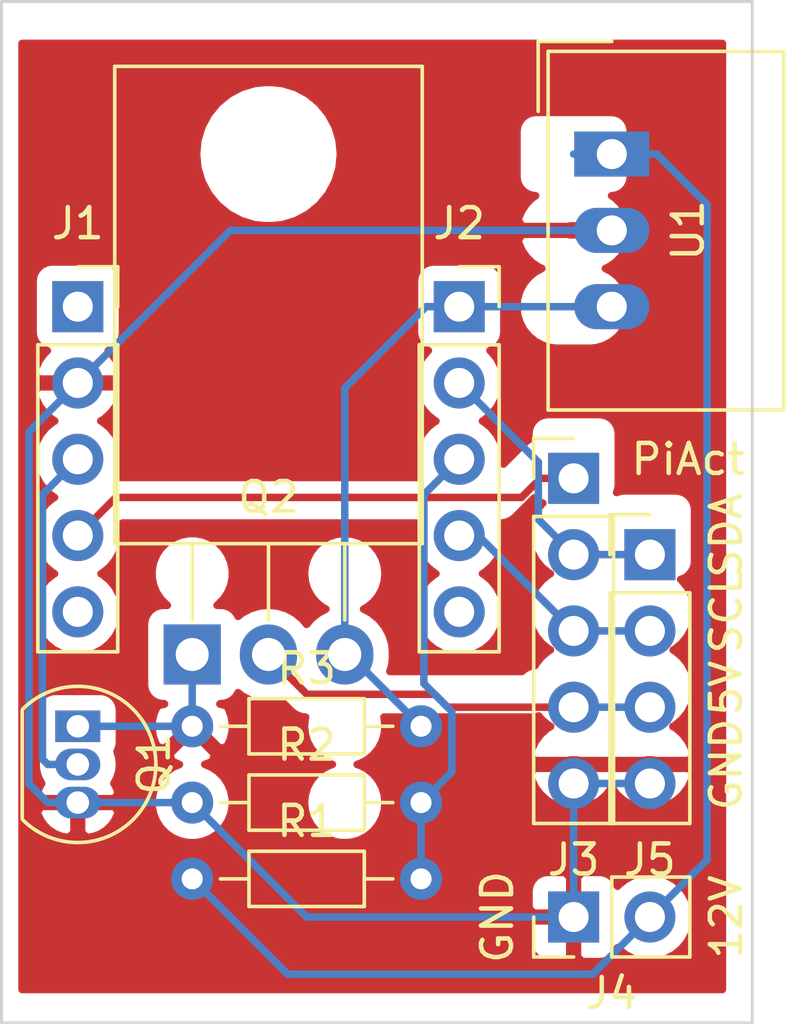
<source format=kicad_pcb>
(kicad_pcb (version 20171130) (host pcbnew 5.1.4)

  (general
    (thickness 1.6)
    (drawings 11)
    (tracks 59)
    (zones 0)
    (modules 11)
    (nets 14)
  )

  (page A4)
  (layers
    (0 F.Cu signal)
    (31 B.Cu signal)
    (32 B.Adhes user)
    (33 F.Adhes user)
    (34 B.Paste user)
    (35 F.Paste user)
    (36 B.SilkS user)
    (37 F.SilkS user)
    (38 B.Mask user)
    (39 F.Mask user)
    (40 Dwgs.User user)
    (41 Cmts.User user)
    (42 Eco1.User user)
    (43 Eco2.User user)
    (44 Edge.Cuts user)
    (45 Margin user)
    (46 B.CrtYd user)
    (47 F.CrtYd user)
    (48 B.Fab user)
    (49 F.Fab user hide)
  )

  (setup
    (last_trace_width 0.25)
    (trace_clearance 0.2)
    (zone_clearance 0.508)
    (zone_45_only no)
    (trace_min 0.2)
    (via_size 0.8)
    (via_drill 0.4)
    (via_min_size 0.4)
    (via_min_drill 0.3)
    (uvia_size 0.3)
    (uvia_drill 0.1)
    (uvias_allowed no)
    (uvia_min_size 0.2)
    (uvia_min_drill 0.1)
    (edge_width 0.05)
    (segment_width 0.2)
    (pcb_text_width 0.3)
    (pcb_text_size 1.5 1.5)
    (mod_edge_width 0.12)
    (mod_text_size 1 1)
    (mod_text_width 0.15)
    (pad_size 1.524 1.524)
    (pad_drill 0.762)
    (pad_to_mask_clearance 0.051)
    (solder_mask_min_width 0.25)
    (aux_axis_origin 0 0)
    (visible_elements FFFFFF7F)
    (pcbplotparams
      (layerselection 0x010fc_ffffffff)
      (usegerberextensions false)
      (usegerberattributes false)
      (usegerberadvancedattributes false)
      (creategerberjobfile false)
      (excludeedgelayer true)
      (linewidth 0.100000)
      (plotframeref false)
      (viasonmask false)
      (mode 1)
      (useauxorigin false)
      (hpglpennumber 1)
      (hpglpenspeed 20)
      (hpglpendiameter 15.000000)
      (psnegative false)
      (psa4output false)
      (plotreference true)
      (plotvalue true)
      (plotinvisibletext false)
      (padsonsilk false)
      (subtractmaskfromsilk false)
      (outputformat 1)
      (mirror false)
      (drillshape 1)
      (scaleselection 1)
      (outputdirectory ""))
  )

  (net 0 "")
  (net 1 Pi_Running)
  (net 2 5V_ENA)
  (net 3 GND)
  (net 4 SCL)
  (net 5 ADC)
  (net 6 SDA)
  (net 7 VCC5V)
  (net 8 VCC_Pi)
  (net 9 VCC12V)
  (net 10 "Net-(Q1-Pad1)")
  (net 11 "Net-(J1-Pad5)")
  (net 12 "Net-(J1-Pad1)")
  (net 13 "Net-(J2-Pad5)")

  (net_class Default "Dies ist die voreingestellte Netzklasse."
    (clearance 0.2)
    (trace_width 0.25)
    (via_dia 0.8)
    (via_drill 0.4)
    (uvia_dia 0.3)
    (uvia_drill 0.1)
    (add_net 5V_ENA)
    (add_net ADC)
    (add_net GND)
    (add_net "Net-(J1-Pad1)")
    (add_net "Net-(J1-Pad5)")
    (add_net "Net-(J2-Pad5)")
    (add_net "Net-(Q1-Pad1)")
    (add_net Pi_Running)
    (add_net SCL)
    (add_net SDA)
    (add_net VCC12V)
    (add_net VCC5V)
    (add_net VCC_Pi)
  )

  (module Resistor_THT:R_Axial_DIN0204_L3.6mm_D1.6mm_P7.62mm_Horizontal (layer F.Cu) (tedit 5AE5139B) (tstamp 5D62D19C)
    (at 60.96 54.61)
    (descr "Resistor, Axial_DIN0204 series, Axial, Horizontal, pin pitch=7.62mm, 0.167W, length*diameter=3.6*1.6mm^2, http://cdn-reichelt.de/documents/datenblatt/B400/1_4W%23YAG.pdf")
    (tags "Resistor Axial_DIN0204 series Axial Horizontal pin pitch 7.62mm 0.167W length 3.6mm diameter 1.6mm")
    (path /5D632A96)
    (fp_text reference R3 (at 3.81 -1.92) (layer F.SilkS)
      (effects (font (size 1 1) (thickness 0.15)))
    )
    (fp_text value R27K (at 3.81 1.92) (layer F.Fab)
      (effects (font (size 1 1) (thickness 0.15)))
    )
    (fp_text user %R (at 3.81 0) (layer F.Fab)
      (effects (font (size 0.72 0.72) (thickness 0.108)))
    )
    (fp_line (start 8.57 -1.05) (end -0.95 -1.05) (layer F.CrtYd) (width 0.05))
    (fp_line (start 8.57 1.05) (end 8.57 -1.05) (layer F.CrtYd) (width 0.05))
    (fp_line (start -0.95 1.05) (end 8.57 1.05) (layer F.CrtYd) (width 0.05))
    (fp_line (start -0.95 -1.05) (end -0.95 1.05) (layer F.CrtYd) (width 0.05))
    (fp_line (start 6.68 0) (end 5.73 0) (layer F.SilkS) (width 0.12))
    (fp_line (start 0.94 0) (end 1.89 0) (layer F.SilkS) (width 0.12))
    (fp_line (start 5.73 -0.92) (end 1.89 -0.92) (layer F.SilkS) (width 0.12))
    (fp_line (start 5.73 0.92) (end 5.73 -0.92) (layer F.SilkS) (width 0.12))
    (fp_line (start 1.89 0.92) (end 5.73 0.92) (layer F.SilkS) (width 0.12))
    (fp_line (start 1.89 -0.92) (end 1.89 0.92) (layer F.SilkS) (width 0.12))
    (fp_line (start 7.62 0) (end 5.61 0) (layer F.Fab) (width 0.1))
    (fp_line (start 0 0) (end 2.01 0) (layer F.Fab) (width 0.1))
    (fp_line (start 5.61 -0.8) (end 2.01 -0.8) (layer F.Fab) (width 0.1))
    (fp_line (start 5.61 0.8) (end 5.61 -0.8) (layer F.Fab) (width 0.1))
    (fp_line (start 2.01 0.8) (end 5.61 0.8) (layer F.Fab) (width 0.1))
    (fp_line (start 2.01 -0.8) (end 2.01 0.8) (layer F.Fab) (width 0.1))
    (pad 2 thru_hole oval (at 7.62 0) (size 1.4 1.4) (drill 0.7) (layers *.Cu *.Mask)
      (net 7 VCC5V))
    (pad 1 thru_hole circle (at 0 0) (size 1.4 1.4) (drill 0.7) (layers *.Cu *.Mask)
      (net 10 "Net-(Q1-Pad1)"))
    (model ${KISYS3DMOD}/Resistor_THT.3dshapes/R_Axial_DIN0204_L3.6mm_D1.6mm_P7.62mm_Horizontal.wrl
      (at (xyz 0 0 0))
      (scale (xyz 1 1 1))
      (rotate (xyz 0 0 0))
    )
  )

  (module Resistor_THT:R_Axial_DIN0204_L3.6mm_D1.6mm_P7.62mm_Horizontal (layer F.Cu) (tedit 5AE5139B) (tstamp 5D62D1D2)
    (at 60.96 57.15)
    (descr "Resistor, Axial_DIN0204 series, Axial, Horizontal, pin pitch=7.62mm, 0.167W, length*diameter=3.6*1.6mm^2, http://cdn-reichelt.de/documents/datenblatt/B400/1_4W%23YAG.pdf")
    (tags "Resistor Axial_DIN0204 series Axial Horizontal pin pitch 7.62mm 0.167W length 3.6mm diameter 1.6mm")
    (path /5D66562B)
    (fp_text reference R2 (at 3.81 -1.92) (layer F.SilkS)
      (effects (font (size 1 1) (thickness 0.15)))
    )
    (fp_text value R27K (at 3.81 1.92) (layer F.Fab)
      (effects (font (size 1 1) (thickness 0.15)))
    )
    (fp_text user %R (at 3.81 0) (layer F.Fab)
      (effects (font (size 0.72 0.72) (thickness 0.108)))
    )
    (fp_line (start 8.57 -1.05) (end -0.95 -1.05) (layer F.CrtYd) (width 0.05))
    (fp_line (start 8.57 1.05) (end 8.57 -1.05) (layer F.CrtYd) (width 0.05))
    (fp_line (start -0.95 1.05) (end 8.57 1.05) (layer F.CrtYd) (width 0.05))
    (fp_line (start -0.95 -1.05) (end -0.95 1.05) (layer F.CrtYd) (width 0.05))
    (fp_line (start 6.68 0) (end 5.73 0) (layer F.SilkS) (width 0.12))
    (fp_line (start 0.94 0) (end 1.89 0) (layer F.SilkS) (width 0.12))
    (fp_line (start 5.73 -0.92) (end 1.89 -0.92) (layer F.SilkS) (width 0.12))
    (fp_line (start 5.73 0.92) (end 5.73 -0.92) (layer F.SilkS) (width 0.12))
    (fp_line (start 1.89 0.92) (end 5.73 0.92) (layer F.SilkS) (width 0.12))
    (fp_line (start 1.89 -0.92) (end 1.89 0.92) (layer F.SilkS) (width 0.12))
    (fp_line (start 7.62 0) (end 5.61 0) (layer F.Fab) (width 0.1))
    (fp_line (start 0 0) (end 2.01 0) (layer F.Fab) (width 0.1))
    (fp_line (start 5.61 -0.8) (end 2.01 -0.8) (layer F.Fab) (width 0.1))
    (fp_line (start 5.61 0.8) (end 5.61 -0.8) (layer F.Fab) (width 0.1))
    (fp_line (start 2.01 0.8) (end 5.61 0.8) (layer F.Fab) (width 0.1))
    (fp_line (start 2.01 -0.8) (end 2.01 0.8) (layer F.Fab) (width 0.1))
    (pad 2 thru_hole oval (at 7.62 0) (size 1.4 1.4) (drill 0.7) (layers *.Cu *.Mask)
      (net 5 ADC))
    (pad 1 thru_hole circle (at 0 0) (size 1.4 1.4) (drill 0.7) (layers *.Cu *.Mask)
      (net 3 GND))
    (model ${KISYS3DMOD}/Resistor_THT.3dshapes/R_Axial_DIN0204_L3.6mm_D1.6mm_P7.62mm_Horizontal.wrl
      (at (xyz 0 0 0))
      (scale (xyz 1 1 1))
      (rotate (xyz 0 0 0))
    )
  )

  (module Resistor_THT:R_Axial_DIN0204_L3.6mm_D1.6mm_P7.62mm_Horizontal (layer F.Cu) (tedit 5AE5139B) (tstamp 5D62EB9C)
    (at 60.96 59.69)
    (descr "Resistor, Axial_DIN0204 series, Axial, Horizontal, pin pitch=7.62mm, 0.167W, length*diameter=3.6*1.6mm^2, http://cdn-reichelt.de/documents/datenblatt/B400/1_4W%23YAG.pdf")
    (tags "Resistor Axial_DIN0204 series Axial Horizontal pin pitch 7.62mm 0.167W length 3.6mm diameter 1.6mm")
    (path /5D665205)
    (fp_text reference R1 (at 3.81 -1.92) (layer F.SilkS)
      (effects (font (size 1 1) (thickness 0.15)))
    )
    (fp_text value R100K (at 3.81 1.92) (layer F.Fab)
      (effects (font (size 1 1) (thickness 0.15)))
    )
    (fp_text user %R (at 3.81 0) (layer F.Fab)
      (effects (font (size 0.72 0.72) (thickness 0.108)))
    )
    (fp_line (start 8.57 -1.05) (end -0.95 -1.05) (layer F.CrtYd) (width 0.05))
    (fp_line (start 8.57 1.05) (end 8.57 -1.05) (layer F.CrtYd) (width 0.05))
    (fp_line (start -0.95 1.05) (end 8.57 1.05) (layer F.CrtYd) (width 0.05))
    (fp_line (start -0.95 -1.05) (end -0.95 1.05) (layer F.CrtYd) (width 0.05))
    (fp_line (start 6.68 0) (end 5.73 0) (layer F.SilkS) (width 0.12))
    (fp_line (start 0.94 0) (end 1.89 0) (layer F.SilkS) (width 0.12))
    (fp_line (start 5.73 -0.92) (end 1.89 -0.92) (layer F.SilkS) (width 0.12))
    (fp_line (start 5.73 0.92) (end 5.73 -0.92) (layer F.SilkS) (width 0.12))
    (fp_line (start 1.89 0.92) (end 5.73 0.92) (layer F.SilkS) (width 0.12))
    (fp_line (start 1.89 -0.92) (end 1.89 0.92) (layer F.SilkS) (width 0.12))
    (fp_line (start 7.62 0) (end 5.61 0) (layer F.Fab) (width 0.1))
    (fp_line (start 0 0) (end 2.01 0) (layer F.Fab) (width 0.1))
    (fp_line (start 5.61 -0.8) (end 2.01 -0.8) (layer F.Fab) (width 0.1))
    (fp_line (start 5.61 0.8) (end 5.61 -0.8) (layer F.Fab) (width 0.1))
    (fp_line (start 2.01 0.8) (end 5.61 0.8) (layer F.Fab) (width 0.1))
    (fp_line (start 2.01 -0.8) (end 2.01 0.8) (layer F.Fab) (width 0.1))
    (pad 2 thru_hole oval (at 7.62 0) (size 1.4 1.4) (drill 0.7) (layers *.Cu *.Mask)
      (net 5 ADC))
    (pad 1 thru_hole circle (at 0 0) (size 1.4 1.4) (drill 0.7) (layers *.Cu *.Mask)
      (net 9 VCC12V))
    (model ${KISYS3DMOD}/Resistor_THT.3dshapes/R_Axial_DIN0204_L3.6mm_D1.6mm_P7.62mm_Horizontal.wrl
      (at (xyz 0 0 0))
      (scale (xyz 1 1 1))
      (rotate (xyz 0 0 0))
    )
  )

  (module Package_TO_SOT_THT:TO-220-3_Horizontal_TabDown (layer F.Cu) (tedit 5AC8BA0D) (tstamp 5D62D20F)
    (at 60.96 52.22)
    (descr "TO-220-3, Horizontal, RM 2.54mm, see https://www.vishay.com/docs/66542/to-220-1.pdf")
    (tags "TO-220-3 Horizontal RM 2.54mm")
    (path /5D63050F)
    (fp_text reference Q2 (at 2.54 -5.23) (layer F.SilkS)
      (effects (font (size 1 1) (thickness 0.15)))
    )
    (fp_text value IRF5305 (at 2.54 2) (layer F.Fab)
      (effects (font (size 1 1) (thickness 0.15)))
    )
    (fp_text user %R (at 2.54 -20.58) (layer F.Fab)
      (effects (font (size 1 1) (thickness 0.15)))
    )
    (fp_line (start 7.79 -19.71) (end -2.71 -19.71) (layer F.CrtYd) (width 0.05))
    (fp_line (start 7.79 1.25) (end 7.79 -19.71) (layer F.CrtYd) (width 0.05))
    (fp_line (start -2.71 1.25) (end 7.79 1.25) (layer F.CrtYd) (width 0.05))
    (fp_line (start -2.71 -19.71) (end -2.71 1.25) (layer F.CrtYd) (width 0.05))
    (fp_line (start 5.08 -3.69) (end 5.08 -1.15) (layer F.SilkS) (width 0.12))
    (fp_line (start 2.54 -3.69) (end 2.54 -1.15) (layer F.SilkS) (width 0.12))
    (fp_line (start 0 -3.69) (end 0 -1.15) (layer F.SilkS) (width 0.12))
    (fp_line (start 7.66 -19.58) (end 7.66 -3.69) (layer F.SilkS) (width 0.12))
    (fp_line (start -2.58 -19.58) (end -2.58 -3.69) (layer F.SilkS) (width 0.12))
    (fp_line (start -2.58 -19.58) (end 7.66 -19.58) (layer F.SilkS) (width 0.12))
    (fp_line (start -2.58 -3.69) (end 7.66 -3.69) (layer F.SilkS) (width 0.12))
    (fp_line (start 5.08 -3.81) (end 5.08 0) (layer F.Fab) (width 0.1))
    (fp_line (start 2.54 -3.81) (end 2.54 0) (layer F.Fab) (width 0.1))
    (fp_line (start 0 -3.81) (end 0 0) (layer F.Fab) (width 0.1))
    (fp_line (start 7.54 -3.81) (end -2.46 -3.81) (layer F.Fab) (width 0.1))
    (fp_line (start 7.54 -13.06) (end 7.54 -3.81) (layer F.Fab) (width 0.1))
    (fp_line (start -2.46 -13.06) (end 7.54 -13.06) (layer F.Fab) (width 0.1))
    (fp_line (start -2.46 -3.81) (end -2.46 -13.06) (layer F.Fab) (width 0.1))
    (fp_line (start 7.54 -13.06) (end -2.46 -13.06) (layer F.Fab) (width 0.1))
    (fp_line (start 7.54 -19.46) (end 7.54 -13.06) (layer F.Fab) (width 0.1))
    (fp_line (start -2.46 -19.46) (end 7.54 -19.46) (layer F.Fab) (width 0.1))
    (fp_line (start -2.46 -13.06) (end -2.46 -19.46) (layer F.Fab) (width 0.1))
    (fp_circle (center 2.54 -16.66) (end 4.39 -16.66) (layer F.Fab) (width 0.1))
    (pad 3 thru_hole oval (at 5.08 0) (size 1.905 2) (drill 1.1) (layers *.Cu *.Mask)
      (net 7 VCC5V))
    (pad 2 thru_hole oval (at 2.54 0) (size 1.905 2) (drill 1.1) (layers *.Cu *.Mask)
      (net 8 VCC_Pi))
    (pad 1 thru_hole rect (at 0 0) (size 1.905 2) (drill 1.1) (layers *.Cu *.Mask)
      (net 10 "Net-(Q1-Pad1)"))
    (pad "" np_thru_hole oval (at 2.54 -16.66) (size 3.5 3.5) (drill 3.5) (layers *.Cu *.Mask))
    (model ${KISYS3DMOD}/Package_TO_SOT_THT.3dshapes/TO-220-3_Horizontal_TabDown.wrl
      (at (xyz 0 0 0))
      (scale (xyz 1 1 1))
      (rotate (xyz 0 0 0))
    )
  )

  (module Connector_PinHeader_2.54mm:PinHeader_1x04_P2.54mm_Vertical (layer F.Cu) (tedit 59FED5CC) (tstamp 5D6BFA17)
    (at 76.2 48.895)
    (descr "Through hole straight pin header, 1x04, 2.54mm pitch, single row")
    (tags "Through hole pin header THT 1x04 2.54mm single row")
    (path /5D6BB1FE)
    (fp_text reference J5 (at 0 10.16) (layer F.SilkS)
      (effects (font (size 1 1) (thickness 0.15)))
    )
    (fp_text value Conn_01x04_Male (at 0 9.95) (layer F.Fab)
      (effects (font (size 1 1) (thickness 0.15)))
    )
    (fp_text user %R (at 0 3.81 90) (layer F.Fab)
      (effects (font (size 1 1) (thickness 0.15)))
    )
    (fp_line (start 1.8 -1.8) (end -1.8 -1.8) (layer F.CrtYd) (width 0.05))
    (fp_line (start 1.8 9.4) (end 1.8 -1.8) (layer F.CrtYd) (width 0.05))
    (fp_line (start -1.8 9.4) (end 1.8 9.4) (layer F.CrtYd) (width 0.05))
    (fp_line (start -1.8 -1.8) (end -1.8 9.4) (layer F.CrtYd) (width 0.05))
    (fp_line (start -1.33 -1.33) (end 0 -1.33) (layer F.SilkS) (width 0.12))
    (fp_line (start -1.33 0) (end -1.33 -1.33) (layer F.SilkS) (width 0.12))
    (fp_line (start -1.33 1.27) (end 1.33 1.27) (layer F.SilkS) (width 0.12))
    (fp_line (start 1.33 1.27) (end 1.33 8.95) (layer F.SilkS) (width 0.12))
    (fp_line (start -1.33 1.27) (end -1.33 8.95) (layer F.SilkS) (width 0.12))
    (fp_line (start -1.33 8.95) (end 1.33 8.95) (layer F.SilkS) (width 0.12))
    (fp_line (start -1.27 -0.635) (end -0.635 -1.27) (layer F.Fab) (width 0.1))
    (fp_line (start -1.27 8.89) (end -1.27 -0.635) (layer F.Fab) (width 0.1))
    (fp_line (start 1.27 8.89) (end -1.27 8.89) (layer F.Fab) (width 0.1))
    (fp_line (start 1.27 -1.27) (end 1.27 8.89) (layer F.Fab) (width 0.1))
    (fp_line (start -0.635 -1.27) (end 1.27 -1.27) (layer F.Fab) (width 0.1))
    (pad 4 thru_hole oval (at 0 7.62) (size 1.7 1.7) (drill 1) (layers *.Cu *.Mask)
      (net 3 GND))
    (pad 3 thru_hole oval (at 0 5.08) (size 1.7 1.7) (drill 1) (layers *.Cu *.Mask)
      (net 8 VCC_Pi))
    (pad 2 thru_hole oval (at 0 2.54) (size 1.7 1.7) (drill 1) (layers *.Cu *.Mask)
      (net 4 SCL))
    (pad 1 thru_hole rect (at 0 0) (size 1.7 1.7) (drill 1) (layers *.Cu *.Mask)
      (net 6 SDA))
    (model ${KISYS3DMOD}/Connector_PinHeader_2.54mm.3dshapes/PinHeader_1x04_P2.54mm_Vertical.wrl
      (at (xyz 0 0 0))
      (scale (xyz 1 1 1))
      (rotate (xyz 0 0 0))
    )
  )

  (module Converter_DCDC:Converter_DCDC_TRACO_TSR-1_THT (layer F.Cu) (tedit 59FE1FB7) (tstamp 5D8A6002)
    (at 74.93 35.56 270)
    (descr "DCDC-Converter, TRACO, TSR 1-xxxx")
    (tags "DCDC-Converter TRACO TSR-1")
    (path /5D62B8BF)
    (fp_text reference U1 (at 2.54 -2.54 90) (layer F.SilkS)
      (effects (font (size 1 1) (thickness 0.15)))
    )
    (fp_text value TSR_2-2450 (at 2.5 3.25 90) (layer F.Fab)
      (effects (font (size 1 1) (thickness 0.15)))
    )
    (fp_line (start -2.3 2) (end 8.4 2) (layer F.Fab) (width 0.1))
    (fp_line (start -3.42 2.12) (end -3.42 -5.73) (layer F.SilkS) (width 0.12))
    (fp_line (start -3.42 -5.73) (end 8.52 -5.73) (layer F.SilkS) (width 0.12))
    (fp_line (start 8.52 -5.73) (end 8.52 2.12) (layer F.SilkS) (width 0.12))
    (fp_line (start 8.52 2.12) (end -3.42 2.12) (layer F.SilkS) (width 0.12))
    (fp_line (start -3.55 -5.85) (end 8.65 -5.85) (layer F.CrtYd) (width 0.05))
    (fp_line (start 8.65 -5.85) (end 8.65 2.25) (layer F.CrtYd) (width 0.05))
    (fp_line (start 8.65 2.25) (end -3.55 2.25) (layer F.CrtYd) (width 0.05))
    (fp_line (start -3.55 2.25) (end -3.55 -5.85) (layer F.CrtYd) (width 0.05))
    (fp_line (start -3.3 -5.6) (end 8.4 -5.6) (layer F.Fab) (width 0.1))
    (fp_line (start 8.4 2) (end 8.4 -5.6) (layer F.Fab) (width 0.1))
    (fp_line (start -3.3 1) (end -3.3 -5.6) (layer F.Fab) (width 0.1))
    (fp_line (start -3.3 1) (end -2.3 2) (layer F.Fab) (width 0.1))
    (fp_line (start -3.75 0) (end -3.75 2.45) (layer F.SilkS) (width 0.12))
    (fp_line (start -3.75 2.45) (end -1.42 2.45) (layer F.SilkS) (width 0.12))
    (fp_text user %R (at 3 -3 90) (layer F.Fab)
      (effects (font (size 1 1) (thickness 0.15)))
    )
    (pad 3 thru_hole oval (at 5.08 0 270) (size 1.5 2.5) (drill 1) (layers *.Cu *.Mask)
      (net 7 VCC5V))
    (pad 2 thru_hole oval (at 2.54 0 270) (size 1.5 2.5) (drill 1) (layers *.Cu *.Mask)
      (net 3 GND))
    (pad 1 thru_hole rect (at 0 0 270) (size 1.5 2.5) (drill 1) (layers *.Cu *.Mask)
      (net 9 VCC12V))
    (model ${KISYS3DMOD}/Converter_DCDC.3dshapes/Converter_DCDC_TRACO_TSR-1_THT.wrl
      (at (xyz 0 0 0))
      (scale (xyz 1 1 1))
      (rotate (xyz 0 0 0))
    )
  )

  (module Package_TO_SOT_THT:TO-92_Inline (layer F.Cu) (tedit 5A1DD157) (tstamp 5D62D126)
    (at 57.15 54.61 270)
    (descr "TO-92 leads in-line, narrow, oval pads, drill 0.75mm (see NXP sot054_po.pdf)")
    (tags "to-92 sc-43 sc-43a sot54 PA33 transistor")
    (path /5D62DCCF)
    (fp_text reference Q1 (at 1.27 -2.54 90) (layer F.SilkS)
      (effects (font (size 1 1) (thickness 0.15)))
    )
    (fp_text value BS170 (at 1.27 2.79 90) (layer F.Fab)
      (effects (font (size 1 1) (thickness 0.15)))
    )
    (fp_arc (start 1.27 0) (end 1.27 -2.6) (angle 135) (layer F.SilkS) (width 0.12))
    (fp_arc (start 1.27 0) (end 1.27 -2.48) (angle -135) (layer F.Fab) (width 0.1))
    (fp_arc (start 1.27 0) (end 1.27 -2.6) (angle -135) (layer F.SilkS) (width 0.12))
    (fp_arc (start 1.27 0) (end 1.27 -2.48) (angle 135) (layer F.Fab) (width 0.1))
    (fp_line (start 4 2.01) (end -1.46 2.01) (layer F.CrtYd) (width 0.05))
    (fp_line (start 4 2.01) (end 4 -2.73) (layer F.CrtYd) (width 0.05))
    (fp_line (start -1.46 -2.73) (end -1.46 2.01) (layer F.CrtYd) (width 0.05))
    (fp_line (start -1.46 -2.73) (end 4 -2.73) (layer F.CrtYd) (width 0.05))
    (fp_line (start -0.5 1.75) (end 3 1.75) (layer F.Fab) (width 0.1))
    (fp_line (start -0.53 1.85) (end 3.07 1.85) (layer F.SilkS) (width 0.12))
    (fp_text user %R (at 1.27 -3.56 90) (layer F.Fab)
      (effects (font (size 1 1) (thickness 0.15)))
    )
    (pad 1 thru_hole rect (at 0 0 270) (size 1.05 1.5) (drill 0.75) (layers *.Cu *.Mask)
      (net 10 "Net-(Q1-Pad1)"))
    (pad 3 thru_hole oval (at 2.54 0 270) (size 1.05 1.5) (drill 0.75) (layers *.Cu *.Mask)
      (net 3 GND))
    (pad 2 thru_hole oval (at 1.27 0 270) (size 1.05 1.5) (drill 0.75) (layers *.Cu *.Mask)
      (net 2 5V_ENA))
    (model ${KISYS3DMOD}/Package_TO_SOT_THT.3dshapes/TO-92_Inline.wrl
      (at (xyz 0 0 0))
      (scale (xyz 1 1 1))
      (rotate (xyz 0 0 0))
    )
  )

  (module Connector_PinHeader_2.54mm:PinHeader_1x02_P2.54mm_Vertical (layer F.Cu) (tedit 59FED5CC) (tstamp 5D62E979)
    (at 73.66 60.96 90)
    (descr "Through hole straight pin header, 1x02, 2.54mm pitch, single row")
    (tags "Through hole pin header THT 1x02 2.54mm single row")
    (path /5D6292E1)
    (fp_text reference J4 (at -2.54 1.27 180) (layer F.SilkS)
      (effects (font (size 1 1) (thickness 0.15)))
    )
    (fp_text value Conn_Pwr (at 0 4.87 90) (layer F.Fab)
      (effects (font (size 1 1) (thickness 0.15)))
    )
    (fp_text user %R (at 0 1.27) (layer F.Fab)
      (effects (font (size 1 1) (thickness 0.15)))
    )
    (fp_line (start 1.8 -1.8) (end -1.8 -1.8) (layer F.CrtYd) (width 0.05))
    (fp_line (start 1.8 4.35) (end 1.8 -1.8) (layer F.CrtYd) (width 0.05))
    (fp_line (start -1.8 4.35) (end 1.8 4.35) (layer F.CrtYd) (width 0.05))
    (fp_line (start -1.8 -1.8) (end -1.8 4.35) (layer F.CrtYd) (width 0.05))
    (fp_line (start -1.33 -1.33) (end 0 -1.33) (layer F.SilkS) (width 0.12))
    (fp_line (start -1.33 0) (end -1.33 -1.33) (layer F.SilkS) (width 0.12))
    (fp_line (start -1.33 1.27) (end 1.33 1.27) (layer F.SilkS) (width 0.12))
    (fp_line (start 1.33 1.27) (end 1.33 3.87) (layer F.SilkS) (width 0.12))
    (fp_line (start -1.33 1.27) (end -1.33 3.87) (layer F.SilkS) (width 0.12))
    (fp_line (start -1.33 3.87) (end 1.33 3.87) (layer F.SilkS) (width 0.12))
    (fp_line (start -1.27 -0.635) (end -0.635 -1.27) (layer F.Fab) (width 0.1))
    (fp_line (start -1.27 3.81) (end -1.27 -0.635) (layer F.Fab) (width 0.1))
    (fp_line (start 1.27 3.81) (end -1.27 3.81) (layer F.Fab) (width 0.1))
    (fp_line (start 1.27 -1.27) (end 1.27 3.81) (layer F.Fab) (width 0.1))
    (fp_line (start -0.635 -1.27) (end 1.27 -1.27) (layer F.Fab) (width 0.1))
    (pad 2 thru_hole oval (at 0 2.54 90) (size 1.7 1.7) (drill 1) (layers *.Cu *.Mask)
      (net 9 VCC12V))
    (pad 1 thru_hole rect (at 0 0 90) (size 1.7 1.7) (drill 1) (layers *.Cu *.Mask)
      (net 3 GND))
    (model ${KISYS3DMOD}/Connector_PinHeader_2.54mm.3dshapes/PinHeader_1x02_P2.54mm_Vertical.wrl
      (at (xyz 0 0 0))
      (scale (xyz 1 1 1))
      (rotate (xyz 0 0 0))
    )
  )

  (module Connector_PinHeader_2.54mm:PinHeader_1x05_P2.54mm_Vertical (layer F.Cu) (tedit 59FED5CC) (tstamp 5D62D28F)
    (at 73.66 46.355)
    (descr "Through hole straight pin header, 1x05, 2.54mm pitch, single row")
    (tags "Through hole pin header THT 1x05 2.54mm single row")
    (path /5D628156)
    (fp_text reference J3 (at 0 12.7) (layer F.SilkS)
      (effects (font (size 1 1) (thickness 0.15)))
    )
    (fp_text value Conn_Pi (at 0 12.49) (layer F.Fab)
      (effects (font (size 1 1) (thickness 0.15)))
    )
    (fp_text user %R (at 0 5.08 90) (layer F.Fab)
      (effects (font (size 1 1) (thickness 0.15)))
    )
    (fp_line (start 1.8 -1.8) (end -1.8 -1.8) (layer F.CrtYd) (width 0.05))
    (fp_line (start 1.8 11.95) (end 1.8 -1.8) (layer F.CrtYd) (width 0.05))
    (fp_line (start -1.8 11.95) (end 1.8 11.95) (layer F.CrtYd) (width 0.05))
    (fp_line (start -1.8 -1.8) (end -1.8 11.95) (layer F.CrtYd) (width 0.05))
    (fp_line (start -1.33 -1.33) (end 0 -1.33) (layer F.SilkS) (width 0.12))
    (fp_line (start -1.33 0) (end -1.33 -1.33) (layer F.SilkS) (width 0.12))
    (fp_line (start -1.33 1.27) (end 1.33 1.27) (layer F.SilkS) (width 0.12))
    (fp_line (start 1.33 1.27) (end 1.33 11.49) (layer F.SilkS) (width 0.12))
    (fp_line (start -1.33 1.27) (end -1.33 11.49) (layer F.SilkS) (width 0.12))
    (fp_line (start -1.33 11.49) (end 1.33 11.49) (layer F.SilkS) (width 0.12))
    (fp_line (start -1.27 -0.635) (end -0.635 -1.27) (layer F.Fab) (width 0.1))
    (fp_line (start -1.27 11.43) (end -1.27 -0.635) (layer F.Fab) (width 0.1))
    (fp_line (start 1.27 11.43) (end -1.27 11.43) (layer F.Fab) (width 0.1))
    (fp_line (start 1.27 -1.27) (end 1.27 11.43) (layer F.Fab) (width 0.1))
    (fp_line (start -0.635 -1.27) (end 1.27 -1.27) (layer F.Fab) (width 0.1))
    (pad 5 thru_hole oval (at 0 10.16) (size 1.7 1.7) (drill 1) (layers *.Cu *.Mask)
      (net 3 GND))
    (pad 4 thru_hole oval (at 0 7.62) (size 1.7 1.7) (drill 1) (layers *.Cu *.Mask)
      (net 8 VCC_Pi))
    (pad 3 thru_hole oval (at 0 5.08) (size 1.7 1.7) (drill 1) (layers *.Cu *.Mask)
      (net 4 SCL))
    (pad 2 thru_hole oval (at 0 2.54) (size 1.7 1.7) (drill 1) (layers *.Cu *.Mask)
      (net 6 SDA))
    (pad 1 thru_hole rect (at 0 0) (size 1.7 1.7) (drill 1) (layers *.Cu *.Mask)
      (net 1 Pi_Running))
    (model ${KISYS3DMOD}/Connector_PinHeader_2.54mm.3dshapes/PinHeader_1x05_P2.54mm_Vertical.wrl
      (at (xyz 0 0 0))
      (scale (xyz 1 1 1))
      (rotate (xyz 0 0 0))
    )
  )

  (module Connector_PinSocket_2.54mm:PinSocket_1x05_P2.54mm_Vertical (layer F.Cu) (tedit 5A19A420) (tstamp 5D62D2D7)
    (at 69.85 40.64)
    (descr "Through hole straight socket strip, 1x05, 2.54mm pitch, single row (from Kicad 4.0.7), script generated")
    (tags "Through hole socket strip THT 1x05 2.54mm single row")
    (path /5D6276A2)
    (fp_text reference J2 (at 0 -2.77) (layer F.SilkS)
      (effects (font (size 1 1) (thickness 0.15)))
    )
    (fp_text value Conn_Right (at 0 12.93) (layer F.Fab)
      (effects (font (size 1 1) (thickness 0.15)))
    )
    (fp_text user %R (at 0 5.08 90) (layer F.Fab)
      (effects (font (size 1 1) (thickness 0.15)))
    )
    (fp_line (start -1.8 11.9) (end -1.8 -1.8) (layer F.CrtYd) (width 0.05))
    (fp_line (start 1.75 11.9) (end -1.8 11.9) (layer F.CrtYd) (width 0.05))
    (fp_line (start 1.75 -1.8) (end 1.75 11.9) (layer F.CrtYd) (width 0.05))
    (fp_line (start -1.8 -1.8) (end 1.75 -1.8) (layer F.CrtYd) (width 0.05))
    (fp_line (start 0 -1.33) (end 1.33 -1.33) (layer F.SilkS) (width 0.12))
    (fp_line (start 1.33 -1.33) (end 1.33 0) (layer F.SilkS) (width 0.12))
    (fp_line (start 1.33 1.27) (end 1.33 11.49) (layer F.SilkS) (width 0.12))
    (fp_line (start -1.33 11.49) (end 1.33 11.49) (layer F.SilkS) (width 0.12))
    (fp_line (start -1.33 1.27) (end -1.33 11.49) (layer F.SilkS) (width 0.12))
    (fp_line (start -1.33 1.27) (end 1.33 1.27) (layer F.SilkS) (width 0.12))
    (fp_line (start -1.27 11.43) (end -1.27 -1.27) (layer F.Fab) (width 0.1))
    (fp_line (start 1.27 11.43) (end -1.27 11.43) (layer F.Fab) (width 0.1))
    (fp_line (start 1.27 -0.635) (end 1.27 11.43) (layer F.Fab) (width 0.1))
    (fp_line (start 0.635 -1.27) (end 1.27 -0.635) (layer F.Fab) (width 0.1))
    (fp_line (start -1.27 -1.27) (end 0.635 -1.27) (layer F.Fab) (width 0.1))
    (pad 5 thru_hole oval (at 0 10.16) (size 1.7 1.7) (drill 1) (layers *.Cu *.Mask)
      (net 13 "Net-(J2-Pad5)"))
    (pad 4 thru_hole oval (at 0 7.62) (size 1.7 1.7) (drill 1) (layers *.Cu *.Mask)
      (net 4 SCL))
    (pad 3 thru_hole oval (at 0 5.08) (size 1.7 1.7) (drill 1) (layers *.Cu *.Mask)
      (net 5 ADC))
    (pad 2 thru_hole oval (at 0 2.54) (size 1.7 1.7) (drill 1) (layers *.Cu *.Mask)
      (net 6 SDA))
    (pad 1 thru_hole rect (at 0 0) (size 1.7 1.7) (drill 1) (layers *.Cu *.Mask)
      (net 7 VCC5V))
    (model ${KISYS3DMOD}/Connector_PinSocket_2.54mm.3dshapes/PinSocket_1x05_P2.54mm_Vertical.wrl
      (at (xyz 0 0 0))
      (scale (xyz 1 1 1))
      (rotate (xyz 0 0 0))
    )
  )

  (module Connector_PinSocket_2.54mm:PinSocket_1x05_P2.54mm_Vertical (layer F.Cu) (tedit 5A19A420) (tstamp 5D62D0E5)
    (at 57.15 40.64)
    (descr "Through hole straight socket strip, 1x05, 2.54mm pitch, single row (from Kicad 4.0.7), script generated")
    (tags "Through hole socket strip THT 1x05 2.54mm single row")
    (path /5D62720F)
    (fp_text reference J1 (at 0 -2.77) (layer F.SilkS)
      (effects (font (size 1 1) (thickness 0.15)))
    )
    (fp_text value Conn_Left (at 0 12.93) (layer F.Fab)
      (effects (font (size 1 1) (thickness 0.15)))
    )
    (fp_text user %R (at 0 5.08 90) (layer F.Fab)
      (effects (font (size 1 1) (thickness 0.15)))
    )
    (fp_line (start -1.8 11.9) (end -1.8 -1.8) (layer F.CrtYd) (width 0.05))
    (fp_line (start 1.75 11.9) (end -1.8 11.9) (layer F.CrtYd) (width 0.05))
    (fp_line (start 1.75 -1.8) (end 1.75 11.9) (layer F.CrtYd) (width 0.05))
    (fp_line (start -1.8 -1.8) (end 1.75 -1.8) (layer F.CrtYd) (width 0.05))
    (fp_line (start 0 -1.33) (end 1.33 -1.33) (layer F.SilkS) (width 0.12))
    (fp_line (start 1.33 -1.33) (end 1.33 0) (layer F.SilkS) (width 0.12))
    (fp_line (start 1.33 1.27) (end 1.33 11.49) (layer F.SilkS) (width 0.12))
    (fp_line (start -1.33 11.49) (end 1.33 11.49) (layer F.SilkS) (width 0.12))
    (fp_line (start -1.33 1.27) (end -1.33 11.49) (layer F.SilkS) (width 0.12))
    (fp_line (start -1.33 1.27) (end 1.33 1.27) (layer F.SilkS) (width 0.12))
    (fp_line (start -1.27 11.43) (end -1.27 -1.27) (layer F.Fab) (width 0.1))
    (fp_line (start 1.27 11.43) (end -1.27 11.43) (layer F.Fab) (width 0.1))
    (fp_line (start 1.27 -0.635) (end 1.27 11.43) (layer F.Fab) (width 0.1))
    (fp_line (start 0.635 -1.27) (end 1.27 -0.635) (layer F.Fab) (width 0.1))
    (fp_line (start -1.27 -1.27) (end 0.635 -1.27) (layer F.Fab) (width 0.1))
    (pad 5 thru_hole oval (at 0 10.16) (size 1.7 1.7) (drill 1) (layers *.Cu *.Mask)
      (net 11 "Net-(J1-Pad5)"))
    (pad 4 thru_hole oval (at 0 7.62) (size 1.7 1.7) (drill 1) (layers *.Cu *.Mask)
      (net 1 Pi_Running))
    (pad 3 thru_hole oval (at 0 5.08) (size 1.7 1.7) (drill 1) (layers *.Cu *.Mask)
      (net 2 5V_ENA))
    (pad 2 thru_hole oval (at 0 2.54) (size 1.7 1.7) (drill 1) (layers *.Cu *.Mask)
      (net 3 GND))
    (pad 1 thru_hole rect (at 0 0) (size 1.7 1.7) (drill 1) (layers *.Cu *.Mask)
      (net 12 "Net-(J1-Pad1)"))
    (model ${KISYS3DMOD}/Connector_PinSocket_2.54mm.3dshapes/PinSocket_1x05_P2.54mm_Vertical.wrl
      (at (xyz 0 0 0))
      (scale (xyz 1 1 1))
      (rotate (xyz 0 0 0))
    )
  )

  (gr_text GND (at 78.74 55.88 90) (layer F.SilkS)
    (effects (font (size 1 1) (thickness 0.15)))
  )
  (gr_text SCL (at 78.74 50.8 90) (layer F.SilkS)
    (effects (font (size 1 1) (thickness 0.15)))
  )
  (gr_text SDA (at 78.74 48.26 90) (layer F.SilkS)
    (effects (font (size 1 1) (thickness 0.15)))
  )
  (gr_text PiAct (at 77.47 45.72) (layer F.SilkS)
    (effects (font (size 1 1) (thickness 0.15)))
  )
  (gr_text 5V (at 78.74 53.34 90) (layer F.SilkS)
    (effects (font (size 1 1) (thickness 0.15)))
  )
  (gr_text GND (at 71.12 60.96 90) (layer F.SilkS)
    (effects (font (size 1 1) (thickness 0.15)))
  )
  (gr_text 12V (at 78.74 60.96 90) (layer F.SilkS)
    (effects (font (size 1 1) (thickness 0.15)))
  )
  (gr_line (start 79.61 64.48) (end 79.61 30.48) (layer Edge.Cuts) (width 0.1) (tstamp 5D62EA8F))
  (gr_line (start 54.61 64.48) (end 79.61 64.48) (layer Edge.Cuts) (width 0.1) (tstamp 5D62EA82))
  (gr_line (start 54.61 64.48) (end 54.61 30.48) (layer Edge.Cuts) (width 0.1))
  (gr_line (start 54.61 30.48) (end 79.61 30.48) (layer Edge.Cuts) (width 0.1))

  (segment (start 72.56 46.355) (end 73.66 46.355) (width 0.25) (layer F.Cu) (net 1))
  (segment (start 71.925 46.99) (end 72.56 46.355) (width 0.25) (layer F.Cu) (net 1))
  (segment (start 58.42 46.99) (end 71.925 46.99) (width 0.25) (layer F.Cu) (net 1))
  (segment (start 57.15 48.26) (end 58.42 46.99) (width 0.25) (layer F.Cu) (net 1))
  (segment (start 56.15 55.88) (end 57.15 55.88) (width 0.25) (layer B.Cu) (net 2))
  (segment (start 55.974999 55.704999) (end 56.15 55.88) (width 0.25) (layer B.Cu) (net 2))
  (segment (start 55.974999 46.895001) (end 55.974999 55.704999) (width 0.25) (layer B.Cu) (net 2))
  (segment (start 57.15 45.72) (end 55.974999 46.895001) (width 0.25) (layer B.Cu) (net 2))
  (segment (start 62.23 38.1) (end 57.15 43.18) (width 0.25) (layer B.Cu) (net 3))
  (segment (start 56.15 57.15) (end 57.15 57.15) (width 0.25) (layer B.Cu) (net 3))
  (segment (start 55.524989 56.524989) (end 56.15 57.15) (width 0.25) (layer B.Cu) (net 3))
  (segment (start 55.524989 44.805011) (end 55.524989 56.524989) (width 0.25) (layer B.Cu) (net 3))
  (segment (start 57.15 43.18) (end 55.524989 44.805011) (width 0.25) (layer B.Cu) (net 3))
  (segment (start 57.15 57.15) (end 60.96 57.15) (width 0.25) (layer B.Cu) (net 3))
  (segment (start 64.77 60.96) (end 60.96 57.15) (width 0.25) (layer B.Cu) (net 3))
  (segment (start 73.66 60.96) (end 64.77 60.96) (width 0.25) (layer B.Cu) (net 3))
  (segment (start 74.93 38.1) (end 62.23 38.1) (width 0.25) (layer B.Cu) (net 3))
  (segment (start 74.997919 56.515) (end 73.66 56.515) (width 0.25) (layer B.Cu) (net 3))
  (segment (start 76.2 56.515) (end 74.997919 56.515) (width 0.25) (layer B.Cu) (net 3))
  (segment (start 73.66 56.515) (end 73.66 60.96) (width 0.25) (layer B.Cu) (net 3))
  (segment (start 76.2 51.435) (end 73.66 51.435) (width 0.25) (layer B.Cu) (net 4))
  (segment (start 70.485 48.26) (end 69.85 48.26) (width 0.25) (layer B.Cu) (net 4))
  (segment (start 73.66 51.435) (end 70.485 48.26) (width 0.25) (layer B.Cu) (net 4))
  (segment (start 69.279999 56.450001) (end 68.58 57.15) (width 0.25) (layer B.Cu) (net 5))
  (segment (start 69.605001 56.124999) (end 69.279999 56.450001) (width 0.25) (layer B.Cu) (net 5))
  (segment (start 69.605001 54.117999) (end 69.605001 56.124999) (width 0.25) (layer B.Cu) (net 5))
  (segment (start 68.674999 53.187997) (end 69.605001 54.117999) (width 0.25) (layer B.Cu) (net 5))
  (segment (start 68.674999 46.895001) (end 68.674999 53.187997) (width 0.25) (layer B.Cu) (net 5))
  (segment (start 69.85 45.72) (end 68.674999 46.895001) (width 0.25) (layer B.Cu) (net 5))
  (segment (start 68.58 57.15) (end 68.58 59.69) (width 0.25) (layer B.Cu) (net 5))
  (segment (start 70.699999 44.029999) (end 69.85 43.18) (width 0.25) (layer B.Cu) (net 6))
  (segment (start 72.484999 45.814999) (end 70.699999 44.029999) (width 0.25) (layer B.Cu) (net 6))
  (segment (start 72.484999 47.719999) (end 72.484999 45.814999) (width 0.25) (layer B.Cu) (net 6))
  (segment (start 73.66 48.895) (end 72.484999 47.719999) (width 0.25) (layer B.Cu) (net 6))
  (segment (start 73.66 48.895) (end 76.2 48.895) (width 0.25) (layer B.Cu) (net 6))
  (segment (start 68.75 40.64) (end 69.85 40.64) (width 0.25) (layer B.Cu) (net 7))
  (segment (start 66.04 43.35) (end 68.75 40.64) (width 0.25) (layer B.Cu) (net 7))
  (segment (start 66.04 52.22) (end 66.04 43.35) (width 0.25) (layer B.Cu) (net 7))
  (segment (start 66.19 52.22) (end 66.04 52.22) (width 0.25) (layer B.Cu) (net 7))
  (segment (start 68.58 54.61) (end 66.19 52.22) (width 0.25) (layer B.Cu) (net 7))
  (segment (start 74.93 40.64) (end 69.85 40.64) (width 0.25) (layer B.Cu) (net 7))
  (segment (start 76.2 53.975) (end 73.66 53.975) (width 0.25) (layer B.Cu) (net 8))
  (segment (start 69.032012 53.54501) (end 64.77751 53.54501) (width 0.25) (layer F.Cu) (net 8))
  (segment (start 63.5 52.2675) (end 63.5 52.22) (width 0.25) (layer F.Cu) (net 8))
  (segment (start 64.77751 53.54501) (end 63.5 52.2675) (width 0.25) (layer F.Cu) (net 8))
  (segment (start 69.462002 53.975) (end 69.032012 53.54501) (width 0.25) (layer F.Cu) (net 8))
  (segment (start 73.66 53.975) (end 69.462002 53.975) (width 0.25) (layer F.Cu) (net 8))
  (segment (start 73.66 35.56) (end 74.16 35.56) (width 0.25) (layer B.Cu) (net 9))
  (segment (start 61.659999 60.389999) (end 60.96 59.69) (width 0.25) (layer B.Cu) (net 9))
  (segment (start 64.135 62.865) (end 61.659999 60.389999) (width 0.25) (layer B.Cu) (net 9))
  (segment (start 76.2 60.96) (end 74.295 62.865) (width 0.25) (layer B.Cu) (net 9))
  (segment (start 74.295 62.865) (end 64.135 62.865) (width 0.25) (layer B.Cu) (net 9))
  (segment (start 78.105 59.055) (end 77.049999 60.110001) (width 0.25) (layer B.Cu) (net 9))
  (segment (start 76.43 35.56) (end 78.105 37.235) (width 0.25) (layer B.Cu) (net 9))
  (segment (start 77.049999 60.110001) (end 76.2 60.96) (width 0.25) (layer B.Cu) (net 9))
  (segment (start 78.105 37.235) (end 78.105 59.055) (width 0.25) (layer B.Cu) (net 9))
  (segment (start 74.93 35.56) (end 76.43 35.56) (width 0.25) (layer B.Cu) (net 9))
  (segment (start 57.15 54.61) (end 60.96 54.61) (width 0.25) (layer B.Cu) (net 10))
  (segment (start 60.96 54.61) (end 60.96 52.22) (width 0.25) (layer B.Cu) (net 10))

  (zone (net 3) (net_name GND) (layer B.Cu) (tstamp 0) (hatch edge 0.508)
    (connect_pads (clearance 0.508))
    (min_thickness 0.254)
    (fill yes (arc_segments 32) (thermal_gap 0.508) (thermal_bridge_width 0.508))
    (polygon
      (pts
        (xy 54.61 63.5) (xy 54.61 31.75) (xy 78.74 31.75) (xy 78.74 63.5)
      )
    )
  )
  (zone (net 3) (net_name GND) (layer F.Cu) (tstamp 0) (hatch edge 0.508)
    (connect_pads (clearance 0.508))
    (min_thickness 0.254)
    (fill yes (arc_segments 32) (thermal_gap 0.508) (thermal_bridge_width 0.508))
    (polygon
      (pts
        (xy 54.61 31.75) (xy 78.74 31.75) (xy 78.74 63.5) (xy 54.61 63.5)
      )
    )
    (filled_polygon
      (pts
        (xy 78.613 63.373) (xy 55.295 63.373) (xy 55.295 61.81) (xy 72.171928 61.81) (xy 72.184188 61.934482)
        (xy 72.220498 62.05418) (xy 72.279463 62.164494) (xy 72.358815 62.261185) (xy 72.455506 62.340537) (xy 72.56582 62.399502)
        (xy 72.685518 62.435812) (xy 72.81 62.448072) (xy 73.37425 62.445) (xy 73.533 62.28625) (xy 73.533 61.087)
        (xy 72.33375 61.087) (xy 72.175 61.24575) (xy 72.171928 61.81) (xy 55.295 61.81) (xy 55.295 60.11)
        (xy 72.171928 60.11) (xy 72.175 60.67425) (xy 72.33375 60.833) (xy 73.533 60.833) (xy 73.533 59.63375)
        (xy 73.787 59.63375) (xy 73.787 60.833) (xy 73.807 60.833) (xy 73.807 61.087) (xy 73.787 61.087)
        (xy 73.787 62.28625) (xy 73.94575 62.445) (xy 74.51 62.448072) (xy 74.634482 62.435812) (xy 74.75418 62.399502)
        (xy 74.864494 62.340537) (xy 74.961185 62.261185) (xy 75.040537 62.164494) (xy 75.099502 62.05418) (xy 75.120393 61.985313)
        (xy 75.144866 62.015134) (xy 75.370986 62.200706) (xy 75.628966 62.338599) (xy 75.908889 62.423513) (xy 76.12705 62.445)
        (xy 76.27295 62.445) (xy 76.491111 62.423513) (xy 76.771034 62.338599) (xy 77.029014 62.200706) (xy 77.255134 62.015134)
        (xy 77.440706 61.789014) (xy 77.578599 61.531034) (xy 77.663513 61.251111) (xy 77.692185 60.96) (xy 77.663513 60.668889)
        (xy 77.578599 60.388966) (xy 77.440706 60.130986) (xy 77.255134 59.904866) (xy 77.029014 59.719294) (xy 76.771034 59.581401)
        (xy 76.491111 59.496487) (xy 76.27295 59.475) (xy 76.12705 59.475) (xy 75.908889 59.496487) (xy 75.628966 59.581401)
        (xy 75.370986 59.719294) (xy 75.144866 59.904866) (xy 75.120393 59.934687) (xy 75.099502 59.86582) (xy 75.040537 59.755506)
        (xy 74.961185 59.658815) (xy 74.864494 59.579463) (xy 74.75418 59.520498) (xy 74.634482 59.484188) (xy 74.51 59.471928)
        (xy 73.94575 59.475) (xy 73.787 59.63375) (xy 73.533 59.63375) (xy 73.37425 59.475) (xy 72.81 59.471928)
        (xy 72.685518 59.484188) (xy 72.56582 59.520498) (xy 72.455506 59.579463) (xy 72.358815 59.658815) (xy 72.279463 59.755506)
        (xy 72.220498 59.86582) (xy 72.184188 59.985518) (xy 72.171928 60.11) (xy 55.295 60.11) (xy 55.295 57.45581)
        (xy 55.806036 57.45581) (xy 55.814728 57.517337) (xy 55.907725 57.726882) (xy 56.039816 57.914258) (xy 56.205924 58.072264)
        (xy 56.399666 58.194828) (xy 56.613596 58.277239) (xy 56.839493 58.316331) (xy 57.023 58.156598) (xy 57.023 57.277)
        (xy 57.277 57.277) (xy 57.277 58.156598) (xy 57.460507 58.316331) (xy 57.686404 58.277239) (xy 57.900334 58.194828)
        (xy 58.094076 58.072264) (xy 58.260184 57.914258) (xy 58.392275 57.726882) (xy 58.485272 57.517337) (xy 58.493964 57.45581)
        (xy 58.368163 57.277) (xy 57.277 57.277) (xy 57.023 57.277) (xy 55.931837 57.277) (xy 55.806036 57.45581)
        (xy 55.295 57.45581) (xy 55.295 55.88) (xy 55.759388 55.88) (xy 55.781785 56.1074) (xy 55.848115 56.32606)
        (xy 55.948929 56.514669) (xy 55.907725 56.573118) (xy 55.814728 56.782663) (xy 55.806036 56.84419) (xy 55.931837 57.023)
        (xy 56.696891 57.023) (xy 56.6976 57.023215) (xy 56.868021 57.04) (xy 57.431979 57.04) (xy 57.6024 57.023215)
        (xy 57.603109 57.023) (xy 58.368163 57.023) (xy 58.371319 57.018514) (xy 59.625 57.018514) (xy 59.625 57.281486)
        (xy 59.676304 57.539405) (xy 59.776939 57.782359) (xy 59.923038 58.001013) (xy 60.108987 58.186962) (xy 60.327641 58.333061)
        (xy 60.570595 58.433696) (xy 60.828514 58.485) (xy 61.091486 58.485) (xy 61.349405 58.433696) (xy 61.592359 58.333061)
        (xy 61.811013 58.186962) (xy 61.996962 58.001013) (xy 62.143061 57.782359) (xy 62.243696 57.539405) (xy 62.295 57.281486)
        (xy 62.295 57.018514) (xy 62.243696 56.760595) (xy 62.143061 56.517641) (xy 61.996962 56.298987) (xy 61.811013 56.113038)
        (xy 61.592359 55.966939) (xy 61.378556 55.878379) (xy 61.541366 55.818935) (xy 61.642203 55.765037) (xy 61.701664 55.531269)
        (xy 60.96 54.789605) (xy 60.218336 55.531269) (xy 60.277797 55.765037) (xy 60.516242 55.875934) (xy 60.535827 55.880706)
        (xy 60.327641 55.966939) (xy 60.108987 56.113038) (xy 59.923038 56.298987) (xy 59.776939 56.517641) (xy 59.676304 56.760595)
        (xy 59.625 57.018514) (xy 58.371319 57.018514) (xy 58.493964 56.84419) (xy 58.485272 56.782663) (xy 58.392275 56.573118)
        (xy 58.351071 56.514669) (xy 58.451885 56.32606) (xy 58.518215 56.1074) (xy 58.540612 55.88) (xy 58.518215 55.6526)
        (xy 58.454907 55.443902) (xy 58.489502 55.37918) (xy 58.525812 55.259482) (xy 58.538072 55.135) (xy 58.538072 54.085)
        (xy 58.525812 53.960518) (xy 58.489502 53.84082) (xy 58.430537 53.730506) (xy 58.351185 53.633815) (xy 58.254494 53.554463)
        (xy 58.14418 53.495498) (xy 58.024482 53.459188) (xy 57.9 53.446928) (xy 56.4 53.446928) (xy 56.275518 53.459188)
        (xy 56.15582 53.495498) (xy 56.045506 53.554463) (xy 55.948815 53.633815) (xy 55.869463 53.730506) (xy 55.810498 53.84082)
        (xy 55.774188 53.960518) (xy 55.761928 54.085) (xy 55.761928 55.135) (xy 55.774188 55.259482) (xy 55.810498 55.37918)
        (xy 55.845093 55.443902) (xy 55.781785 55.6526) (xy 55.759388 55.88) (xy 55.295 55.88) (xy 55.295 45.72)
        (xy 55.657815 45.72) (xy 55.686487 46.011111) (xy 55.771401 46.291034) (xy 55.909294 46.549014) (xy 56.094866 46.775134)
        (xy 56.320986 46.960706) (xy 56.375791 46.99) (xy 56.320986 47.019294) (xy 56.094866 47.204866) (xy 55.909294 47.430986)
        (xy 55.771401 47.688966) (xy 55.686487 47.968889) (xy 55.657815 48.26) (xy 55.686487 48.551111) (xy 55.771401 48.831034)
        (xy 55.909294 49.089014) (xy 56.094866 49.315134) (xy 56.320986 49.500706) (xy 56.375791 49.53) (xy 56.320986 49.559294)
        (xy 56.094866 49.744866) (xy 55.909294 49.970986) (xy 55.771401 50.228966) (xy 55.686487 50.508889) (xy 55.657815 50.8)
        (xy 55.686487 51.091111) (xy 55.771401 51.371034) (xy 55.909294 51.629014) (xy 56.094866 51.855134) (xy 56.320986 52.040706)
        (xy 56.578966 52.178599) (xy 56.858889 52.263513) (xy 57.07705 52.285) (xy 57.22295 52.285) (xy 57.441111 52.263513)
        (xy 57.721034 52.178599) (xy 57.979014 52.040706) (xy 58.205134 51.855134) (xy 58.390706 51.629014) (xy 58.528599 51.371034)
        (xy 58.613513 51.091111) (xy 58.642185 50.8) (xy 58.613513 50.508889) (xy 58.528599 50.228966) (xy 58.390706 49.970986)
        (xy 58.205134 49.744866) (xy 57.979014 49.559294) (xy 57.924209 49.53) (xy 57.979014 49.500706) (xy 58.205134 49.315134)
        (xy 58.390706 49.089014) (xy 58.528599 48.831034) (xy 58.613513 48.551111) (xy 58.642185 48.26) (xy 58.613513 47.968889)
        (xy 58.590797 47.894004) (xy 58.639802 47.844999) (xy 68.424069 47.844999) (xy 68.386487 47.968889) (xy 68.357815 48.26)
        (xy 68.386487 48.551111) (xy 68.471401 48.831034) (xy 68.609294 49.089014) (xy 68.794866 49.315134) (xy 69.020986 49.500706)
        (xy 69.075791 49.53) (xy 69.020986 49.559294) (xy 68.794866 49.744866) (xy 68.609294 49.970986) (xy 68.471401 50.228966)
        (xy 68.386487 50.508889) (xy 68.357815 50.8) (xy 68.386487 51.091111) (xy 68.471401 51.371034) (xy 68.609294 51.629014)
        (xy 68.794866 51.855134) (xy 69.020986 52.040706) (xy 69.278966 52.178599) (xy 69.558889 52.263513) (xy 69.77705 52.285)
        (xy 69.92295 52.285) (xy 70.141111 52.263513) (xy 70.421034 52.178599) (xy 70.679014 52.040706) (xy 70.905134 51.855134)
        (xy 71.090706 51.629014) (xy 71.228599 51.371034) (xy 71.313513 51.091111) (xy 71.342185 50.8) (xy 71.313513 50.508889)
        (xy 71.228599 50.228966) (xy 71.090706 49.970986) (xy 70.905134 49.744866) (xy 70.679014 49.559294) (xy 70.624209 49.53)
        (xy 70.679014 49.500706) (xy 70.905134 49.315134) (xy 71.090706 49.089014) (xy 71.228599 48.831034) (xy 71.313513 48.551111)
        (xy 71.342185 48.26) (xy 71.313513 47.968889) (xy 71.274666 47.84083) (xy 71.343987 47.834002) (xy 71.487248 47.790545)
        (xy 71.619277 47.719973) (xy 71.735002 47.625) (xy 71.758805 47.595996) (xy 72.347457 47.007345) (xy 72.358815 47.021185)
        (xy 72.455506 47.100537) (xy 72.56582 47.159502) (xy 72.634687 47.180393) (xy 72.604866 47.204866) (xy 72.419294 47.430986)
        (xy 72.281401 47.688966) (xy 72.196487 47.968889) (xy 72.167815 48.26) (xy 72.196487 48.551111) (xy 72.281401 48.831034)
        (xy 72.419294 49.089014) (xy 72.604866 49.315134) (xy 72.830986 49.500706) (xy 72.885791 49.53) (xy 72.830986 49.559294)
        (xy 72.604866 49.744866) (xy 72.419294 49.970986) (xy 72.281401 50.228966) (xy 72.196487 50.508889) (xy 72.167815 50.8)
        (xy 72.196487 51.091111) (xy 72.281401 51.371034) (xy 72.419294 51.629014) (xy 72.604866 51.855134) (xy 72.830986 52.040706)
        (xy 72.885791 52.07) (xy 72.830986 52.099294) (xy 72.604866 52.284866) (xy 72.419294 52.510986) (xy 72.380284 52.583969)
        (xy 72.308933 52.590997) (xy 72.165672 52.634454) (xy 72.033643 52.705026) (xy 71.936182 52.78501) (xy 67.541947 52.78501)
        (xy 67.60453 52.578703) (xy 67.6275 52.345485) (xy 67.6275 52.094514) (xy 67.60453 51.861296) (xy 67.513755 51.562051)
        (xy 67.366345 51.286265) (xy 67.167963 51.044537) (xy 66.926234 50.846155) (xy 66.667944 50.708097) (xy 66.785275 50.645382)
        (xy 66.988555 50.478555) (xy 67.155382 50.275275) (xy 67.279347 50.043354) (xy 67.355683 49.791706) (xy 67.381459 49.53)
        (xy 67.355683 49.268294) (xy 67.279347 49.016646) (xy 67.155382 48.784725) (xy 66.988555 48.581445) (xy 66.785275 48.414618)
        (xy 66.553354 48.290653) (xy 66.301706 48.214317) (xy 66.105579 48.195) (xy 65.974421 48.195) (xy 65.778294 48.214317)
        (xy 65.526646 48.290653) (xy 65.294725 48.414618) (xy 65.091445 48.581445) (xy 64.924618 48.784725) (xy 64.800653 49.016646)
        (xy 64.724317 49.268294) (xy 64.698541 49.53) (xy 64.724317 49.791706) (xy 64.800653 50.043354) (xy 64.924618 50.275275)
        (xy 65.091445 50.478555) (xy 65.294725 50.645382) (xy 65.412055 50.708097) (xy 65.153765 50.846155) (xy 64.912037 51.044537)
        (xy 64.77 51.217609) (xy 64.627963 51.044537) (xy 64.386234 50.846155) (xy 64.110448 50.698745) (xy 63.811203 50.60797)
        (xy 63.5 50.577319) (xy 63.188796 50.60797) (xy 62.889551 50.698745) (xy 62.613765 50.846155) (xy 62.487905 50.949446)
        (xy 62.443037 50.865506) (xy 62.363685 50.768815) (xy 62.266994 50.689463) (xy 62.15668 50.630498) (xy 62.036982 50.594188)
        (xy 61.9125 50.581928) (xy 61.788615 50.581928) (xy 61.811013 50.566962) (xy 61.996962 50.381013) (xy 62.143061 50.162359)
        (xy 62.243696 49.919405) (xy 62.295 49.661486) (xy 62.295 49.398514) (xy 62.243696 49.140595) (xy 62.143061 48.897641)
        (xy 61.996962 48.678987) (xy 61.811013 48.493038) (xy 61.592359 48.346939) (xy 61.349405 48.246304) (xy 61.091486 48.195)
        (xy 60.828514 48.195) (xy 60.570595 48.246304) (xy 60.327641 48.346939) (xy 60.108987 48.493038) (xy 59.923038 48.678987)
        (xy 59.776939 48.897641) (xy 59.676304 49.140595) (xy 59.625 49.398514) (xy 59.625 49.661486) (xy 59.676304 49.919405)
        (xy 59.776939 50.162359) (xy 59.923038 50.381013) (xy 60.108987 50.566962) (xy 60.131385 50.581928) (xy 60.0075 50.581928)
        (xy 59.883018 50.594188) (xy 59.76332 50.630498) (xy 59.653006 50.689463) (xy 59.556315 50.768815) (xy 59.476963 50.865506)
        (xy 59.417998 50.97582) (xy 59.381688 51.095518) (xy 59.369428 51.22) (xy 59.369428 53.22) (xy 59.381688 53.344482)
        (xy 59.417998 53.46418) (xy 59.476963 53.574494) (xy 59.556315 53.671185) (xy 59.653006 53.750537) (xy 59.76332 53.809502)
        (xy 59.883018 53.845812) (xy 60.0075 53.858072) (xy 60.028464 53.858072) (xy 60.038729 53.868337) (xy 59.804963 53.927797)
        (xy 59.694066 54.166242) (xy 59.631817 54.42174) (xy 59.62061 54.684473) (xy 59.660875 54.944344) (xy 59.751065 55.191366)
        (xy 59.804963 55.292203) (xy 60.038731 55.351664) (xy 60.780395 54.61) (xy 60.766253 54.595858) (xy 60.945858 54.416253)
        (xy 60.96 54.430395) (xy 60.974143 54.416253) (xy 61.153748 54.595858) (xy 61.139605 54.61) (xy 61.881269 55.351664)
        (xy 62.115037 55.292203) (xy 62.225934 55.053758) (xy 62.288183 54.79826) (xy 62.29939 54.535527) (xy 62.259125 54.275656)
        (xy 62.168935 54.028634) (xy 62.115037 53.927797) (xy 61.881271 53.868337) (xy 61.891536 53.858072) (xy 61.9125 53.858072)
        (xy 62.036982 53.845812) (xy 62.15668 53.809502) (xy 62.266994 53.750537) (xy 62.363685 53.671185) (xy 62.443037 53.574494)
        (xy 62.487905 53.490553) (xy 62.613766 53.593845) (xy 62.889552 53.741255) (xy 63.188797 53.83203) (xy 63.5 53.862681)
        (xy 63.811204 53.83203) (xy 63.948178 53.790479) (xy 64.213711 54.056013) (xy 64.237509 54.085011) (xy 64.266507 54.108809)
        (xy 64.353233 54.179984) (xy 64.485263 54.250556) (xy 64.628524 54.294013) (xy 64.737526 54.304749) (xy 64.724317 54.348294)
        (xy 64.698541 54.61) (xy 64.724317 54.871706) (xy 64.800653 55.123354) (xy 64.924618 55.355275) (xy 65.091445 55.558555)
        (xy 65.294725 55.725382) (xy 65.526646 55.849347) (xy 65.627696 55.88) (xy 65.526646 55.910653) (xy 65.294725 56.034618)
        (xy 65.091445 56.201445) (xy 64.924618 56.404725) (xy 64.800653 56.636646) (xy 64.724317 56.888294) (xy 64.698541 57.15)
        (xy 64.724317 57.411706) (xy 64.800653 57.663354) (xy 64.924618 57.895275) (xy 65.091445 58.098555) (xy 65.294725 58.265382)
        (xy 65.526646 58.389347) (xy 65.778294 58.465683) (xy 65.974421 58.485) (xy 66.105579 58.485) (xy 66.301706 58.465683)
        (xy 66.553354 58.389347) (xy 66.785275 58.265382) (xy 66.988555 58.098555) (xy 67.155382 57.895275) (xy 67.279347 57.663354)
        (xy 67.355683 57.411706) (xy 67.381459 57.15) (xy 67.355683 56.888294) (xy 67.279347 56.636646) (xy 67.155382 56.404725)
        (xy 67.017644 56.23689) (xy 72.218524 56.23689) (xy 72.263175 56.384099) (xy 72.388359 56.64692) (xy 72.562412 56.880269)
        (xy 72.778645 57.075178) (xy 73.028748 57.224157) (xy 73.303109 57.321481) (xy 73.533 57.200814) (xy 73.533 56.007)
        (xy 73.787 56.007) (xy 73.787 57.200814) (xy 74.016891 57.321481) (xy 74.291252 57.224157) (xy 74.541355 57.075178)
        (xy 74.757588 56.880269) (xy 74.93 56.64912) (xy 75.102412 56.880269) (xy 75.318645 57.075178) (xy 75.568748 57.224157)
        (xy 75.843109 57.321481) (xy 76.073 57.200814) (xy 76.073 56.007) (xy 76.327 56.007) (xy 76.327 57.200814)
        (xy 76.556891 57.321481) (xy 76.831252 57.224157) (xy 77.081355 57.075178) (xy 77.297588 56.880269) (xy 77.471641 56.64692)
        (xy 77.596825 56.384099) (xy 77.641476 56.23689) (xy 77.520155 56.007) (xy 76.327 56.007) (xy 76.073 56.007)
        (xy 73.787 56.007) (xy 73.533 56.007) (xy 72.339845 56.007) (xy 72.218524 56.23689) (xy 67.017644 56.23689)
        (xy 66.988555 56.201445) (xy 66.785275 56.034618) (xy 66.553354 55.910653) (xy 66.452304 55.88) (xy 66.553354 55.849347)
        (xy 66.785275 55.725382) (xy 66.988555 55.558555) (xy 67.155382 55.355275) (xy 67.279347 55.123354) (xy 67.355683 54.871706)
        (xy 67.381459 54.61) (xy 67.355683 54.348294) (xy 67.342553 54.30501) (xy 72.215587 54.30501) (xy 72.252909 54.308686)
        (xy 72.290231 54.30501) (xy 72.290242 54.30501) (xy 72.401895 54.294013) (xy 72.497962 54.264872) (xy 72.604866 54.395134)
        (xy 72.830986 54.580706) (xy 72.895523 54.615201) (xy 72.778645 54.684822) (xy 72.562412 54.879731) (xy 72.388359 55.11308)
        (xy 72.263175 55.375901) (xy 72.218524 55.52311) (xy 72.339845 55.753) (xy 73.533 55.753) (xy 73.533 55.733)
        (xy 73.787 55.733) (xy 73.787 55.753) (xy 76.073 55.753) (xy 76.073 55.733) (xy 76.327 55.733)
        (xy 76.327 55.753) (xy 77.520155 55.753) (xy 77.641476 55.52311) (xy 77.596825 55.375901) (xy 77.471641 55.11308)
        (xy 77.297588 54.879731) (xy 77.081355 54.684822) (xy 76.964477 54.615201) (xy 77.029014 54.580706) (xy 77.255134 54.395134)
        (xy 77.440706 54.169014) (xy 77.578599 53.911034) (xy 77.663513 53.631111) (xy 77.692185 53.34) (xy 77.663513 53.048889)
        (xy 77.578599 52.768966) (xy 77.440706 52.510986) (xy 77.255134 52.284866) (xy 77.029014 52.099294) (xy 76.974209 52.07)
        (xy 77.029014 52.040706) (xy 77.255134 51.855134) (xy 77.440706 51.629014) (xy 77.578599 51.371034) (xy 77.663513 51.091111)
        (xy 77.692185 50.8) (xy 77.663513 50.508889) (xy 77.578599 50.228966) (xy 77.440706 49.970986) (xy 77.255134 49.744866)
        (xy 77.225313 49.720393) (xy 77.29418 49.699502) (xy 77.404494 49.640537) (xy 77.501185 49.561185) (xy 77.580537 49.464494)
        (xy 77.639502 49.35418) (xy 77.675812 49.234482) (xy 77.688072 49.11) (xy 77.688072 47.41) (xy 77.675812 47.285518)
        (xy 77.639502 47.16582) (xy 77.580537 47.055506) (xy 77.501185 46.958815) (xy 77.404494 46.879463) (xy 77.29418 46.820498)
        (xy 77.174482 46.784188) (xy 77.05 46.771928) (xy 75.35 46.771928) (xy 75.225518 46.784188) (xy 75.10582 46.820498)
        (xy 75.092247 46.827753) (xy 75.099502 46.81418) (xy 75.135812 46.694482) (xy 75.148072 46.57) (xy 75.148072 44.87)
        (xy 75.135812 44.745518) (xy 75.099502 44.62582) (xy 75.040537 44.515506) (xy 74.961185 44.418815) (xy 74.864494 44.339463)
        (xy 74.75418 44.280498) (xy 74.634482 44.244188) (xy 74.51 44.231928) (xy 72.81 44.231928) (xy 72.685518 44.244188)
        (xy 72.56582 44.280498) (xy 72.455506 44.339463) (xy 72.358815 44.418815) (xy 72.279463 44.515506) (xy 72.220498 44.62582)
        (xy 72.184188 44.745518) (xy 72.171928 44.87) (xy 72.171928 45.065674) (xy 72.135723 45.085026) (xy 72.057813 45.148966)
        (xy 72.019999 45.179999) (xy 71.996201 45.208997) (xy 71.32656 45.878638) (xy 71.342185 45.72) (xy 71.313513 45.428889)
        (xy 71.228599 45.148966) (xy 71.090706 44.890986) (xy 70.905134 44.664866) (xy 70.679014 44.479294) (xy 70.624209 44.45)
        (xy 70.679014 44.420706) (xy 70.905134 44.235134) (xy 71.090706 44.009014) (xy 71.228599 43.751034) (xy 71.313513 43.471111)
        (xy 71.342185 43.18) (xy 71.313513 42.888889) (xy 71.228599 42.608966) (xy 71.090706 42.350986) (xy 70.905134 42.124866)
        (xy 70.875313 42.100393) (xy 70.94418 42.079502) (xy 71.054494 42.020537) (xy 71.151185 41.941185) (xy 71.230537 41.844494)
        (xy 71.289502 41.73418) (xy 71.325812 41.614482) (xy 71.338072 41.49) (xy 71.338072 40.64) (xy 71.768299 40.64)
        (xy 71.79504 40.911507) (xy 71.874236 41.172581) (xy 72.002843 41.413188) (xy 72.175919 41.624081) (xy 72.386812 41.797157)
        (xy 72.627419 41.925764) (xy 72.888493 42.00496) (xy 73.091963 42.025) (xy 74.228037 42.025) (xy 74.431507 42.00496)
        (xy 74.692581 41.925764) (xy 74.933188 41.797157) (xy 75.144081 41.624081) (xy 75.317157 41.413188) (xy 75.445764 41.172581)
        (xy 75.52496 40.911507) (xy 75.551701 40.64) (xy 75.52496 40.368493) (xy 75.445764 40.107419) (xy 75.317157 39.866812)
        (xy 75.144081 39.655919) (xy 74.933188 39.482843) (xy 74.717422 39.367514) (xy 74.807349 39.330972) (xy 75.035061 39.181028)
        (xy 75.229145 38.98954) (xy 75.382142 38.763868) (xy 75.488173 38.512684) (xy 75.502318 38.441185) (xy 75.379656 38.227)
        (xy 73.787 38.227) (xy 73.787 38.247) (xy 73.533 38.247) (xy 73.533 38.227) (xy 71.940344 38.227)
        (xy 71.817682 38.441185) (xy 71.831827 38.512684) (xy 71.937858 38.763868) (xy 72.090855 38.98954) (xy 72.284939 39.181028)
        (xy 72.512651 39.330972) (xy 72.602578 39.367514) (xy 72.386812 39.482843) (xy 72.175919 39.655919) (xy 72.002843 39.866812)
        (xy 71.874236 40.107419) (xy 71.79504 40.368493) (xy 71.768299 40.64) (xy 71.338072 40.64) (xy 71.338072 39.79)
        (xy 71.325812 39.665518) (xy 71.289502 39.54582) (xy 71.230537 39.435506) (xy 71.151185 39.338815) (xy 71.054494 39.259463)
        (xy 70.94418 39.200498) (xy 70.824482 39.164188) (xy 70.7 39.151928) (xy 69 39.151928) (xy 68.875518 39.164188)
        (xy 68.75582 39.200498) (xy 68.645506 39.259463) (xy 68.548815 39.338815) (xy 68.469463 39.435506) (xy 68.410498 39.54582)
        (xy 68.374188 39.665518) (xy 68.361928 39.79) (xy 68.361928 41.49) (xy 68.374188 41.614482) (xy 68.410498 41.73418)
        (xy 68.469463 41.844494) (xy 68.548815 41.941185) (xy 68.645506 42.020537) (xy 68.75582 42.079502) (xy 68.824687 42.100393)
        (xy 68.794866 42.124866) (xy 68.609294 42.350986) (xy 68.471401 42.608966) (xy 68.386487 42.888889) (xy 68.357815 43.18)
        (xy 68.386487 43.471111) (xy 68.471401 43.751034) (xy 68.609294 44.009014) (xy 68.794866 44.235134) (xy 69.020986 44.420706)
        (xy 69.075791 44.45) (xy 69.020986 44.479294) (xy 68.794866 44.664866) (xy 68.609294 44.890986) (xy 68.471401 45.148966)
        (xy 68.386487 45.428889) (xy 68.357815 45.72) (xy 68.386487 46.011111) (xy 68.471401 46.291034) (xy 68.489556 46.324999)
        (xy 58.510444 46.324999) (xy 58.528599 46.291034) (xy 58.613513 46.011111) (xy 58.642185 45.72) (xy 58.613513 45.428889)
        (xy 58.528599 45.148966) (xy 58.390706 44.890986) (xy 58.205134 44.664866) (xy 57.979014 44.479294) (xy 57.914477 44.444799)
        (xy 58.031355 44.375178) (xy 58.247588 44.180269) (xy 58.421641 43.94692) (xy 58.546825 43.684099) (xy 58.591476 43.53689)
        (xy 58.470155 43.307) (xy 57.277 43.307) (xy 57.277 43.327) (xy 57.023 43.327) (xy 57.023 43.307)
        (xy 55.829845 43.307) (xy 55.708524 43.53689) (xy 55.753175 43.684099) (xy 55.878359 43.94692) (xy 56.052412 44.180269)
        (xy 56.268645 44.375178) (xy 56.385523 44.444799) (xy 56.320986 44.479294) (xy 56.094866 44.664866) (xy 55.909294 44.890986)
        (xy 55.771401 45.148966) (xy 55.686487 45.428889) (xy 55.657815 45.72) (xy 55.295 45.72) (xy 55.295 39.79)
        (xy 55.661928 39.79) (xy 55.661928 41.49) (xy 55.674188 41.614482) (xy 55.710498 41.73418) (xy 55.769463 41.844494)
        (xy 55.848815 41.941185) (xy 55.945506 42.020537) (xy 56.05582 42.079502) (xy 56.136466 42.103966) (xy 56.052412 42.179731)
        (xy 55.878359 42.41308) (xy 55.753175 42.675901) (xy 55.708524 42.82311) (xy 55.829845 43.053) (xy 57.023 43.053)
        (xy 57.023 43.033) (xy 57.277 43.033) (xy 57.277 43.053) (xy 58.470155 43.053) (xy 58.591476 42.82311)
        (xy 58.546825 42.675901) (xy 58.421641 42.41308) (xy 58.247588 42.179731) (xy 58.163534 42.103966) (xy 58.24418 42.079502)
        (xy 58.354494 42.020537) (xy 58.451185 41.941185) (xy 58.530537 41.844494) (xy 58.589502 41.73418) (xy 58.625812 41.614482)
        (xy 58.638072 41.49) (xy 58.638072 39.79) (xy 58.625812 39.665518) (xy 58.589502 39.54582) (xy 58.530537 39.435506)
        (xy 58.451185 39.338815) (xy 58.354494 39.259463) (xy 58.24418 39.200498) (xy 58.124482 39.164188) (xy 58 39.151928)
        (xy 56.3 39.151928) (xy 56.175518 39.164188) (xy 56.05582 39.200498) (xy 55.945506 39.259463) (xy 55.848815 39.338815)
        (xy 55.769463 39.435506) (xy 55.710498 39.54582) (xy 55.674188 39.665518) (xy 55.661928 39.79) (xy 55.295 39.79)
        (xy 55.295 35.56) (xy 61.103461 35.56) (xy 61.14951 36.027542) (xy 61.285887 36.477116) (xy 61.507351 36.891446)
        (xy 61.805391 37.254609) (xy 62.168554 37.552649) (xy 62.582884 37.774113) (xy 63.032458 37.91049) (xy 63.382843 37.945)
        (xy 63.617157 37.945) (xy 63.967542 37.91049) (xy 64.417116 37.774113) (xy 64.831446 37.552649) (xy 65.194609 37.254609)
        (xy 65.492649 36.891446) (xy 65.714113 36.477116) (xy 65.85049 36.027542) (xy 65.896539 35.56) (xy 65.85049 35.092458)
        (xy 65.764808 34.81) (xy 71.771928 34.81) (xy 71.771928 36.31) (xy 71.784188 36.434482) (xy 71.820498 36.55418)
        (xy 71.879463 36.664494) (xy 71.958815 36.761185) (xy 72.055506 36.840537) (xy 72.16582 36.899502) (xy 72.285518 36.935812)
        (xy 72.394874 36.946582) (xy 72.284939 37.018972) (xy 72.090855 37.21046) (xy 71.937858 37.436132) (xy 71.831827 37.687316)
        (xy 71.817682 37.758815) (xy 71.940344 37.973) (xy 73.533 37.973) (xy 73.533 37.953) (xy 73.787 37.953)
        (xy 73.787 37.973) (xy 75.379656 37.973) (xy 75.502318 37.758815) (xy 75.488173 37.687316) (xy 75.382142 37.436132)
        (xy 75.229145 37.21046) (xy 75.035061 37.018972) (xy 74.925126 36.946582) (xy 75.034482 36.935812) (xy 75.15418 36.899502)
        (xy 75.264494 36.840537) (xy 75.361185 36.761185) (xy 75.440537 36.664494) (xy 75.499502 36.55418) (xy 75.535812 36.434482)
        (xy 75.548072 36.31) (xy 75.548072 34.81) (xy 75.535812 34.685518) (xy 75.499502 34.56582) (xy 75.440537 34.455506)
        (xy 75.361185 34.358815) (xy 75.264494 34.279463) (xy 75.15418 34.220498) (xy 75.034482 34.184188) (xy 74.91 34.171928)
        (xy 72.41 34.171928) (xy 72.285518 34.184188) (xy 72.16582 34.220498) (xy 72.055506 34.279463) (xy 71.958815 34.358815)
        (xy 71.879463 34.455506) (xy 71.820498 34.56582) (xy 71.784188 34.685518) (xy 71.771928 34.81) (xy 65.764808 34.81)
        (xy 65.714113 34.642884) (xy 65.492649 34.228554) (xy 65.194609 33.865391) (xy 64.831446 33.567351) (xy 64.417116 33.345887)
        (xy 63.967542 33.20951) (xy 63.617157 33.175) (xy 63.382843 33.175) (xy 63.032458 33.20951) (xy 62.582884 33.345887)
        (xy 62.168554 33.567351) (xy 61.805391 33.865391) (xy 61.507351 34.228554) (xy 61.285887 34.642884) (xy 61.14951 35.092458)
        (xy 61.103461 35.56) (xy 55.295 35.56) (xy 55.295 31.877) (xy 78.613 31.877)
      )
    )
  )
)

</source>
